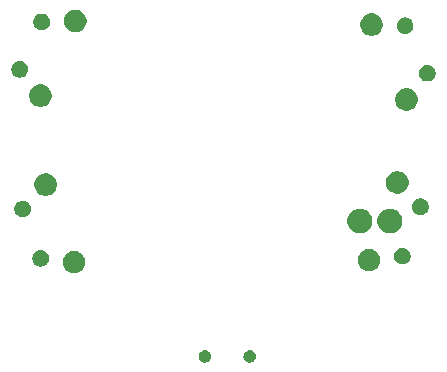
<source format=gbr>
G04 #@! TF.GenerationSoftware,KiCad,Pcbnew,(5.1.4)-1*
G04 #@! TF.CreationDate,2020-08-01T17:35:12+02:00*
G04 #@! TF.ProjectId,ArduinoProMicroUSB,41726475-696e-46f5-9072-6f4d6963726f,rev?*
G04 #@! TF.SameCoordinates,Original*
G04 #@! TF.FileFunction,Soldermask,Top*
G04 #@! TF.FilePolarity,Negative*
%FSLAX46Y46*%
G04 Gerber Fmt 4.6, Leading zero omitted, Abs format (unit mm)*
G04 Created by KiCad (PCBNEW (5.1.4)-1) date 2020-08-01 17:35:12*
%MOMM*%
%LPD*%
G04 APERTURE LIST*
%ADD10C,0.100000*%
G04 APERTURE END LIST*
D10*
G36*
X173173084Y-79095485D02*
G01*
X173268769Y-79135119D01*
X173354885Y-79192660D01*
X173428120Y-79265895D01*
X173485661Y-79352011D01*
X173525295Y-79447696D01*
X173545500Y-79549274D01*
X173545500Y-79652846D01*
X173525295Y-79754424D01*
X173485661Y-79850109D01*
X173428120Y-79936225D01*
X173354885Y-80009460D01*
X173268769Y-80067001D01*
X173173084Y-80106635D01*
X173071506Y-80126840D01*
X172967934Y-80126840D01*
X172866356Y-80106635D01*
X172770671Y-80067001D01*
X172684555Y-80009460D01*
X172611320Y-79936225D01*
X172553779Y-79850109D01*
X172514145Y-79754424D01*
X172493940Y-79652846D01*
X172493940Y-79549274D01*
X172514145Y-79447696D01*
X172553779Y-79352011D01*
X172611320Y-79265895D01*
X172684555Y-79192660D01*
X172770671Y-79135119D01*
X172866356Y-79095485D01*
X172967934Y-79075280D01*
X173071506Y-79075280D01*
X173173084Y-79095485D01*
X173173084Y-79095485D01*
G37*
G36*
X169373244Y-79095485D02*
G01*
X169468929Y-79135119D01*
X169555045Y-79192660D01*
X169628280Y-79265895D01*
X169685821Y-79352011D01*
X169725455Y-79447696D01*
X169745660Y-79549274D01*
X169745660Y-79652846D01*
X169725455Y-79754424D01*
X169685821Y-79850109D01*
X169628280Y-79936225D01*
X169555045Y-80009460D01*
X169468929Y-80067001D01*
X169373244Y-80106635D01*
X169271666Y-80126840D01*
X169168094Y-80126840D01*
X169066516Y-80106635D01*
X168970831Y-80067001D01*
X168884715Y-80009460D01*
X168811480Y-79936225D01*
X168753939Y-79850109D01*
X168714305Y-79754424D01*
X168694100Y-79652846D01*
X168694100Y-79549274D01*
X168714305Y-79447696D01*
X168753939Y-79352011D01*
X168811480Y-79265895D01*
X168884715Y-79192660D01*
X168970831Y-79135119D01*
X169066516Y-79095485D01*
X169168094Y-79075280D01*
X169271666Y-79075280D01*
X169373244Y-79095485D01*
X169373244Y-79095485D01*
G37*
G36*
X158415860Y-70706658D02*
G01*
X158588931Y-70778346D01*
X158666283Y-70830031D01*
X158744692Y-70882422D01*
X158877155Y-71014885D01*
X158927875Y-71090793D01*
X158981231Y-71170646D01*
X159052919Y-71343717D01*
X159089465Y-71527445D01*
X159089465Y-71714779D01*
X159052919Y-71898507D01*
X158981231Y-72071578D01*
X158981230Y-72071579D01*
X158877155Y-72227339D01*
X158744692Y-72359802D01*
X158701742Y-72388500D01*
X158588931Y-72463878D01*
X158415860Y-72535566D01*
X158232132Y-72572112D01*
X158044798Y-72572112D01*
X157861070Y-72535566D01*
X157687999Y-72463878D01*
X157575188Y-72388500D01*
X157532238Y-72359802D01*
X157399775Y-72227339D01*
X157295700Y-72071579D01*
X157295699Y-72071578D01*
X157224011Y-71898507D01*
X157187465Y-71714779D01*
X157187465Y-71527445D01*
X157224011Y-71343717D01*
X157295699Y-71170646D01*
X157349055Y-71090793D01*
X157399775Y-71014885D01*
X157532238Y-70882422D01*
X157610647Y-70830031D01*
X157687999Y-70778346D01*
X157861070Y-70706658D01*
X158044798Y-70670112D01*
X158232132Y-70670112D01*
X158415860Y-70706658D01*
X158415860Y-70706658D01*
G37*
G36*
X183411395Y-70523046D02*
G01*
X183584466Y-70594734D01*
X183661818Y-70646419D01*
X183740227Y-70698810D01*
X183872690Y-70831273D01*
X183923410Y-70907181D01*
X183976766Y-70987034D01*
X184048454Y-71160105D01*
X184085000Y-71343833D01*
X184085000Y-71531167D01*
X184048454Y-71714895D01*
X183976766Y-71887966D01*
X183969722Y-71898508D01*
X183872690Y-72043727D01*
X183740227Y-72176190D01*
X183663680Y-72227337D01*
X183584466Y-72280266D01*
X183411395Y-72351954D01*
X183227667Y-72388500D01*
X183040333Y-72388500D01*
X182856605Y-72351954D01*
X182683534Y-72280266D01*
X182604320Y-72227337D01*
X182527773Y-72176190D01*
X182395310Y-72043727D01*
X182298278Y-71898508D01*
X182291234Y-71887966D01*
X182219546Y-71714895D01*
X182183000Y-71531167D01*
X182183000Y-71343833D01*
X182219546Y-71160105D01*
X182291234Y-70987034D01*
X182344590Y-70907181D01*
X182395310Y-70831273D01*
X182527773Y-70698810D01*
X182606182Y-70646419D01*
X182683534Y-70594734D01*
X182856605Y-70523046D01*
X183040333Y-70486500D01*
X183227667Y-70486500D01*
X183411395Y-70523046D01*
X183411395Y-70523046D01*
G37*
G36*
X155522921Y-70618526D02*
G01*
X155651221Y-70671670D01*
X155651223Y-70671671D01*
X155691837Y-70698809D01*
X155766690Y-70748824D01*
X155864890Y-70847024D01*
X155942044Y-70962493D01*
X155995188Y-71090793D01*
X156022280Y-71226996D01*
X156022280Y-71365872D01*
X155995188Y-71502075D01*
X155942044Y-71630375D01*
X155942043Y-71630377D01*
X155864889Y-71745845D01*
X155766691Y-71844043D01*
X155651223Y-71921197D01*
X155651222Y-71921198D01*
X155651221Y-71921198D01*
X155522921Y-71974342D01*
X155386718Y-72001434D01*
X155247842Y-72001434D01*
X155111639Y-71974342D01*
X154983339Y-71921198D01*
X154983338Y-71921198D01*
X154983337Y-71921197D01*
X154867869Y-71844043D01*
X154769671Y-71745845D01*
X154692517Y-71630377D01*
X154692516Y-71630375D01*
X154639372Y-71502075D01*
X154612280Y-71365872D01*
X154612280Y-71226996D01*
X154639372Y-71090793D01*
X154692516Y-70962493D01*
X154769670Y-70847024D01*
X154867870Y-70748824D01*
X154942723Y-70698809D01*
X154983337Y-70671671D01*
X154983339Y-70671670D01*
X155111639Y-70618526D01*
X155247842Y-70591434D01*
X155386718Y-70591434D01*
X155522921Y-70618526D01*
X155522921Y-70618526D01*
G37*
G36*
X186160826Y-70434914D02*
G01*
X186289126Y-70488058D01*
X186289128Y-70488059D01*
X186341489Y-70523046D01*
X186404595Y-70565212D01*
X186502795Y-70663412D01*
X186526447Y-70698810D01*
X186579593Y-70778347D01*
X186579949Y-70778881D01*
X186633093Y-70907181D01*
X186660185Y-71043384D01*
X186660185Y-71182260D01*
X186633093Y-71318463D01*
X186579949Y-71446763D01*
X186526038Y-71527447D01*
X186502794Y-71562233D01*
X186404596Y-71660431D01*
X186289128Y-71737585D01*
X186289127Y-71737586D01*
X186289126Y-71737586D01*
X186160826Y-71790730D01*
X186024623Y-71817822D01*
X185885747Y-71817822D01*
X185749544Y-71790730D01*
X185621244Y-71737586D01*
X185621243Y-71737586D01*
X185621242Y-71737585D01*
X185505774Y-71660431D01*
X185407576Y-71562233D01*
X185384333Y-71527447D01*
X185330421Y-71446763D01*
X185277277Y-71318463D01*
X185250185Y-71182260D01*
X185250185Y-71043384D01*
X185277277Y-70907181D01*
X185330421Y-70778881D01*
X185330778Y-70778347D01*
X185383923Y-70698810D01*
X185407575Y-70663412D01*
X185505775Y-70565212D01*
X185568881Y-70523046D01*
X185621242Y-70488059D01*
X185621244Y-70488058D01*
X185749544Y-70434914D01*
X185885747Y-70407822D01*
X186024623Y-70407822D01*
X186160826Y-70434914D01*
X186160826Y-70434914D01*
G37*
G36*
X182650365Y-67134120D02*
G01*
X182782708Y-67188938D01*
X182839888Y-67212623D01*
X183010454Y-67326592D01*
X183155508Y-67471646D01*
X183269477Y-67642212D01*
X183347980Y-67831735D01*
X183388000Y-68032931D01*
X183388000Y-68238069D01*
X183347980Y-68439265D01*
X183269477Y-68628788D01*
X183155508Y-68799354D01*
X183010454Y-68944408D01*
X182839888Y-69058377D01*
X182839887Y-69058378D01*
X182839886Y-69058378D01*
X182650365Y-69136880D01*
X182449170Y-69176900D01*
X182244030Y-69176900D01*
X182042835Y-69136880D01*
X181853314Y-69058378D01*
X181853313Y-69058378D01*
X181853312Y-69058377D01*
X181682746Y-68944408D01*
X181537692Y-68799354D01*
X181423723Y-68628788D01*
X181345220Y-68439265D01*
X181305200Y-68238069D01*
X181305200Y-68032931D01*
X181345220Y-67831735D01*
X181423723Y-67642212D01*
X181537692Y-67471646D01*
X181682746Y-67326592D01*
X181853312Y-67212623D01*
X181910493Y-67188938D01*
X182042835Y-67134120D01*
X182244030Y-67094100D01*
X182449170Y-67094100D01*
X182650365Y-67134120D01*
X182650365Y-67134120D01*
G37*
G36*
X185190365Y-67134120D02*
G01*
X185322708Y-67188938D01*
X185379888Y-67212623D01*
X185550454Y-67326592D01*
X185695508Y-67471646D01*
X185809477Y-67642212D01*
X185887980Y-67831735D01*
X185928000Y-68032931D01*
X185928000Y-68238069D01*
X185887980Y-68439265D01*
X185809477Y-68628788D01*
X185695508Y-68799354D01*
X185550454Y-68944408D01*
X185379888Y-69058377D01*
X185379887Y-69058378D01*
X185379886Y-69058378D01*
X185190365Y-69136880D01*
X184989170Y-69176900D01*
X184784030Y-69176900D01*
X184582835Y-69136880D01*
X184393314Y-69058378D01*
X184393313Y-69058378D01*
X184393312Y-69058377D01*
X184222746Y-68944408D01*
X184077692Y-68799354D01*
X183963723Y-68628788D01*
X183885220Y-68439265D01*
X183845200Y-68238069D01*
X183845200Y-68032931D01*
X183885220Y-67831735D01*
X183963723Y-67642212D01*
X184077692Y-67471646D01*
X184222746Y-67326592D01*
X184393312Y-67212623D01*
X184450493Y-67188938D01*
X184582835Y-67134120D01*
X184784030Y-67094100D01*
X184989170Y-67094100D01*
X185190365Y-67134120D01*
X185190365Y-67134120D01*
G37*
G36*
X154002641Y-66441592D02*
G01*
X154130941Y-66494736D01*
X154130943Y-66494737D01*
X154189069Y-66533576D01*
X154246410Y-66571890D01*
X154344610Y-66670090D01*
X154421764Y-66785559D01*
X154474908Y-66913859D01*
X154502000Y-67050062D01*
X154502000Y-67188938D01*
X154474908Y-67325141D01*
X154421764Y-67453441D01*
X154421763Y-67453443D01*
X154344609Y-67568911D01*
X154246411Y-67667109D01*
X154130943Y-67744263D01*
X154130942Y-67744264D01*
X154130941Y-67744264D01*
X154002641Y-67797408D01*
X153866438Y-67824500D01*
X153727562Y-67824500D01*
X153591359Y-67797408D01*
X153463059Y-67744264D01*
X153463058Y-67744264D01*
X153463057Y-67744263D01*
X153347589Y-67667109D01*
X153249391Y-67568911D01*
X153172237Y-67453443D01*
X153172236Y-67453441D01*
X153119092Y-67325141D01*
X153092000Y-67188938D01*
X153092000Y-67050062D01*
X153119092Y-66913859D01*
X153172236Y-66785559D01*
X153249390Y-66670090D01*
X153347590Y-66571890D01*
X153404931Y-66533576D01*
X153463057Y-66494737D01*
X153463059Y-66494736D01*
X153591359Y-66441592D01*
X153727562Y-66414500D01*
X153866438Y-66414500D01*
X154002641Y-66441592D01*
X154002641Y-66441592D01*
G37*
G36*
X187681105Y-66257980D02*
G01*
X187809405Y-66311124D01*
X187809407Y-66311125D01*
X187867533Y-66349964D01*
X187924874Y-66388278D01*
X188023074Y-66486478D01*
X188100228Y-66601947D01*
X188153372Y-66730247D01*
X188180464Y-66866450D01*
X188180464Y-67005326D01*
X188153372Y-67141529D01*
X188100228Y-67269829D01*
X188100227Y-67269831D01*
X188023073Y-67385299D01*
X187924875Y-67483497D01*
X187809407Y-67560651D01*
X187809406Y-67560652D01*
X187809405Y-67560652D01*
X187681105Y-67613796D01*
X187544902Y-67640888D01*
X187406026Y-67640888D01*
X187269823Y-67613796D01*
X187141523Y-67560652D01*
X187141522Y-67560652D01*
X187141521Y-67560651D01*
X187026053Y-67483497D01*
X186927855Y-67385299D01*
X186850701Y-67269831D01*
X186850700Y-67269829D01*
X186797556Y-67141529D01*
X186770464Y-67005326D01*
X186770464Y-66866450D01*
X186797556Y-66730247D01*
X186850700Y-66601947D01*
X186927854Y-66486478D01*
X187026054Y-66388278D01*
X187083395Y-66349964D01*
X187141521Y-66311125D01*
X187141523Y-66311124D01*
X187269823Y-66257980D01*
X187406026Y-66230888D01*
X187544902Y-66230888D01*
X187681105Y-66257980D01*
X187681105Y-66257980D01*
G37*
G36*
X156026849Y-64142905D02*
G01*
X156199920Y-64214593D01*
X156199921Y-64214594D01*
X156355681Y-64318669D01*
X156488144Y-64451132D01*
X156488145Y-64451134D01*
X156592220Y-64606893D01*
X156663908Y-64779964D01*
X156700454Y-64963692D01*
X156700454Y-65151026D01*
X156663908Y-65334754D01*
X156592220Y-65507825D01*
X156592219Y-65507826D01*
X156488144Y-65663586D01*
X156355681Y-65796049D01*
X156312731Y-65824747D01*
X156199920Y-65900125D01*
X156026849Y-65971813D01*
X155843121Y-66008359D01*
X155655787Y-66008359D01*
X155472059Y-65971813D01*
X155298988Y-65900125D01*
X155186177Y-65824747D01*
X155143227Y-65796049D01*
X155010764Y-65663586D01*
X154906689Y-65507826D01*
X154906688Y-65507825D01*
X154835000Y-65334754D01*
X154798454Y-65151026D01*
X154798454Y-64963692D01*
X154835000Y-64779964D01*
X154906688Y-64606893D01*
X155010763Y-64451134D01*
X155010764Y-64451132D01*
X155143227Y-64318669D01*
X155298987Y-64214594D01*
X155298988Y-64214593D01*
X155472059Y-64142905D01*
X155655787Y-64106359D01*
X155843121Y-64106359D01*
X156026849Y-64142905D01*
X156026849Y-64142905D01*
G37*
G36*
X185800406Y-63959293D02*
G01*
X185973477Y-64030981D01*
X185973478Y-64030982D01*
X186129238Y-64135057D01*
X186261701Y-64267520D01*
X186314092Y-64345929D01*
X186365777Y-64423281D01*
X186437465Y-64596352D01*
X186474011Y-64780080D01*
X186474011Y-64967414D01*
X186437465Y-65151142D01*
X186365777Y-65324213D01*
X186358733Y-65334755D01*
X186261701Y-65479974D01*
X186129238Y-65612437D01*
X186052691Y-65663584D01*
X185973477Y-65716513D01*
X185800406Y-65788201D01*
X185616678Y-65824747D01*
X185429344Y-65824747D01*
X185245616Y-65788201D01*
X185072545Y-65716513D01*
X184993331Y-65663584D01*
X184916784Y-65612437D01*
X184784321Y-65479974D01*
X184687289Y-65334755D01*
X184680245Y-65324213D01*
X184608557Y-65151142D01*
X184572011Y-64967414D01*
X184572011Y-64780080D01*
X184608557Y-64596352D01*
X184680245Y-64423281D01*
X184731930Y-64345929D01*
X184784321Y-64267520D01*
X184916784Y-64135057D01*
X185072544Y-64030982D01*
X185072545Y-64030981D01*
X185245616Y-63959293D01*
X185429344Y-63922747D01*
X185616678Y-63922747D01*
X185800406Y-63959293D01*
X185800406Y-63959293D01*
G37*
G36*
X186572636Y-56934046D02*
G01*
X186745707Y-57005734D01*
X186745708Y-57005735D01*
X186901468Y-57109810D01*
X187033931Y-57242273D01*
X187033932Y-57242275D01*
X187138007Y-57398034D01*
X187209695Y-57571105D01*
X187246241Y-57754833D01*
X187246241Y-57942167D01*
X187209695Y-58125895D01*
X187138007Y-58298966D01*
X187138006Y-58298967D01*
X187033931Y-58454727D01*
X186901468Y-58587190D01*
X186823059Y-58639581D01*
X186745707Y-58691266D01*
X186572636Y-58762954D01*
X186388908Y-58799500D01*
X186201574Y-58799500D01*
X186017846Y-58762954D01*
X185844775Y-58691266D01*
X185767423Y-58639581D01*
X185689014Y-58587190D01*
X185556551Y-58454727D01*
X185452476Y-58298967D01*
X185452475Y-58298966D01*
X185380787Y-58125895D01*
X185344241Y-57942167D01*
X185344241Y-57754833D01*
X185380787Y-57571105D01*
X185452475Y-57398034D01*
X185556550Y-57242275D01*
X185556551Y-57242273D01*
X185689014Y-57109810D01*
X185844774Y-57005735D01*
X185844775Y-57005734D01*
X186017846Y-56934046D01*
X186201574Y-56897500D01*
X186388908Y-56897500D01*
X186572636Y-56934046D01*
X186572636Y-56934046D01*
G37*
G36*
X155585691Y-56618507D02*
G01*
X155758762Y-56690195D01*
X155758763Y-56690196D01*
X155914523Y-56794271D01*
X156046986Y-56926734D01*
X156051872Y-56934047D01*
X156151062Y-57082495D01*
X156222750Y-57255566D01*
X156259296Y-57439294D01*
X156259296Y-57626628D01*
X156222750Y-57810356D01*
X156151062Y-57983427D01*
X156151061Y-57983428D01*
X156046986Y-58139188D01*
X155914523Y-58271651D01*
X155836114Y-58324042D01*
X155758762Y-58375727D01*
X155585691Y-58447415D01*
X155401963Y-58483961D01*
X155214629Y-58483961D01*
X155030901Y-58447415D01*
X154857830Y-58375727D01*
X154780478Y-58324042D01*
X154702069Y-58271651D01*
X154569606Y-58139188D01*
X154465531Y-57983428D01*
X154465530Y-57983427D01*
X154393842Y-57810356D01*
X154357296Y-57626628D01*
X154357296Y-57439294D01*
X154393842Y-57255566D01*
X154465530Y-57082495D01*
X154564720Y-56934047D01*
X154569606Y-56926734D01*
X154702069Y-56794271D01*
X154857829Y-56690196D01*
X154857830Y-56690195D01*
X155030901Y-56618507D01*
X155214629Y-56581961D01*
X155401963Y-56581961D01*
X155585691Y-56618507D01*
X155585691Y-56618507D01*
G37*
G36*
X188266179Y-54946130D02*
G01*
X188394479Y-54999274D01*
X188394481Y-54999275D01*
X188509949Y-55076429D01*
X188608147Y-55174627D01*
X188651202Y-55239062D01*
X188685302Y-55290097D01*
X188738446Y-55418397D01*
X188765538Y-55554600D01*
X188765538Y-55693476D01*
X188738446Y-55829679D01*
X188695539Y-55933264D01*
X188685301Y-55957981D01*
X188608147Y-56073449D01*
X188509949Y-56171647D01*
X188394481Y-56248801D01*
X188394480Y-56248802D01*
X188394479Y-56248802D01*
X188266179Y-56301946D01*
X188129976Y-56329038D01*
X187991100Y-56329038D01*
X187854897Y-56301946D01*
X187726597Y-56248802D01*
X187726596Y-56248802D01*
X187726595Y-56248801D01*
X187611127Y-56171647D01*
X187512929Y-56073449D01*
X187435775Y-55957981D01*
X187425537Y-55933264D01*
X187382630Y-55829679D01*
X187355538Y-55693476D01*
X187355538Y-55554600D01*
X187382630Y-55418397D01*
X187435774Y-55290097D01*
X187469875Y-55239062D01*
X187512929Y-55174627D01*
X187611127Y-55076429D01*
X187726595Y-54999275D01*
X187726597Y-54999274D01*
X187854897Y-54946130D01*
X187991100Y-54919038D01*
X188129976Y-54919038D01*
X188266179Y-54946130D01*
X188266179Y-54946130D01*
G37*
G36*
X153748641Y-54630592D02*
G01*
X153876941Y-54683736D01*
X153876943Y-54683737D01*
X153992411Y-54760891D01*
X154090609Y-54859089D01*
X154148769Y-54946130D01*
X154167764Y-54974559D01*
X154220908Y-55102859D01*
X154248000Y-55239062D01*
X154248000Y-55377938D01*
X154220908Y-55514141D01*
X154204148Y-55554602D01*
X154167763Y-55642443D01*
X154090609Y-55757911D01*
X153992411Y-55856109D01*
X153876943Y-55933263D01*
X153876942Y-55933264D01*
X153876941Y-55933264D01*
X153748641Y-55986408D01*
X153612438Y-56013500D01*
X153473562Y-56013500D01*
X153337359Y-55986408D01*
X153209059Y-55933264D01*
X153209058Y-55933264D01*
X153209057Y-55933263D01*
X153093589Y-55856109D01*
X152995391Y-55757911D01*
X152918237Y-55642443D01*
X152881852Y-55554602D01*
X152865092Y-55514141D01*
X152838000Y-55377938D01*
X152838000Y-55239062D01*
X152865092Y-55102859D01*
X152918236Y-54974559D01*
X152937232Y-54946130D01*
X152995391Y-54859089D01*
X153093589Y-54760891D01*
X153209057Y-54683737D01*
X153209059Y-54683736D01*
X153337359Y-54630592D01*
X153473562Y-54603500D01*
X153612438Y-54603500D01*
X153748641Y-54630592D01*
X153748641Y-54630592D01*
G37*
G36*
X183620648Y-50603486D02*
G01*
X183793719Y-50675174D01*
X183793720Y-50675175D01*
X183949480Y-50779250D01*
X184081943Y-50911713D01*
X184104865Y-50946019D01*
X184186019Y-51067474D01*
X184257707Y-51240545D01*
X184294253Y-51424273D01*
X184294253Y-51611607D01*
X184257707Y-51795335D01*
X184186019Y-51968406D01*
X184134901Y-52044910D01*
X184081943Y-52124167D01*
X183949480Y-52256630D01*
X183883824Y-52300500D01*
X183793719Y-52360706D01*
X183620648Y-52432394D01*
X183436920Y-52468940D01*
X183249586Y-52468940D01*
X183065858Y-52432394D01*
X182892787Y-52360706D01*
X182802682Y-52300500D01*
X182737026Y-52256630D01*
X182604563Y-52124167D01*
X182551605Y-52044910D01*
X182500487Y-51968406D01*
X182428799Y-51795335D01*
X182392253Y-51611607D01*
X182392253Y-51424273D01*
X182428799Y-51240545D01*
X182500487Y-51067474D01*
X182581641Y-50946019D01*
X182604563Y-50911713D01*
X182737026Y-50779250D01*
X182892786Y-50675175D01*
X182892787Y-50675174D01*
X183065858Y-50603486D01*
X183249586Y-50566940D01*
X183436920Y-50566940D01*
X183620648Y-50603486D01*
X183620648Y-50603486D01*
G37*
G36*
X186387641Y-50917592D02*
G01*
X186515941Y-50970736D01*
X186515943Y-50970737D01*
X186631411Y-51047891D01*
X186729609Y-51146089D01*
X186772664Y-51210524D01*
X186806764Y-51261559D01*
X186859908Y-51389859D01*
X186887000Y-51526062D01*
X186887000Y-51664938D01*
X186859908Y-51801141D01*
X186817001Y-51904726D01*
X186806763Y-51929443D01*
X186729609Y-52044911D01*
X186631411Y-52143109D01*
X186515943Y-52220263D01*
X186515942Y-52220264D01*
X186515941Y-52220264D01*
X186387641Y-52273408D01*
X186251438Y-52300500D01*
X186112562Y-52300500D01*
X185976359Y-52273408D01*
X185848059Y-52220264D01*
X185848058Y-52220264D01*
X185848057Y-52220263D01*
X185732589Y-52143109D01*
X185634391Y-52044911D01*
X185557237Y-51929443D01*
X185546999Y-51904726D01*
X185504092Y-51801141D01*
X185477000Y-51664938D01*
X185477000Y-51526062D01*
X185504092Y-51389859D01*
X185557236Y-51261559D01*
X185591337Y-51210524D01*
X185634391Y-51146089D01*
X185732589Y-51047891D01*
X185848057Y-50970737D01*
X185848059Y-50970736D01*
X185976359Y-50917592D01*
X186112562Y-50890500D01*
X186251438Y-50890500D01*
X186387641Y-50917592D01*
X186387641Y-50917592D01*
G37*
G36*
X158537680Y-50287948D02*
G01*
X158710751Y-50359636D01*
X158710752Y-50359637D01*
X158866512Y-50463712D01*
X158998975Y-50596175D01*
X159038413Y-50655198D01*
X159103051Y-50751936D01*
X159174739Y-50925007D01*
X159211285Y-51108735D01*
X159211285Y-51296069D01*
X159174739Y-51479797D01*
X159103051Y-51652868D01*
X159103050Y-51652869D01*
X158998975Y-51808629D01*
X158866512Y-51941092D01*
X158825632Y-51968407D01*
X158710751Y-52045168D01*
X158537680Y-52116856D01*
X158353952Y-52153402D01*
X158166618Y-52153402D01*
X157982890Y-52116856D01*
X157809819Y-52045168D01*
X157694938Y-51968407D01*
X157654058Y-51941092D01*
X157521595Y-51808629D01*
X157417520Y-51652869D01*
X157417519Y-51652868D01*
X157345831Y-51479797D01*
X157309285Y-51296069D01*
X157309285Y-51108735D01*
X157345831Y-50925007D01*
X157417519Y-50751936D01*
X157482157Y-50655198D01*
X157521595Y-50596175D01*
X157654058Y-50463712D01*
X157809818Y-50359637D01*
X157809819Y-50359636D01*
X157982890Y-50287948D01*
X158166618Y-50251402D01*
X158353952Y-50251402D01*
X158537680Y-50287948D01*
X158537680Y-50287948D01*
G37*
G36*
X155627179Y-50602054D02*
G01*
X155755479Y-50655198D01*
X155755481Y-50655199D01*
X155870949Y-50732353D01*
X155969147Y-50830551D01*
X156027307Y-50917592D01*
X156046302Y-50946021D01*
X156099446Y-51074321D01*
X156126538Y-51210524D01*
X156126538Y-51349400D01*
X156099446Y-51485603D01*
X156082686Y-51526064D01*
X156046301Y-51613905D01*
X155969147Y-51729373D01*
X155870949Y-51827571D01*
X155755481Y-51904725D01*
X155755480Y-51904726D01*
X155755479Y-51904726D01*
X155627179Y-51957870D01*
X155490976Y-51984962D01*
X155352100Y-51984962D01*
X155215897Y-51957870D01*
X155087597Y-51904726D01*
X155087596Y-51904726D01*
X155087595Y-51904725D01*
X154972127Y-51827571D01*
X154873929Y-51729373D01*
X154796775Y-51613905D01*
X154760390Y-51526064D01*
X154743630Y-51485603D01*
X154716538Y-51349400D01*
X154716538Y-51210524D01*
X154743630Y-51074321D01*
X154796774Y-50946021D01*
X154815770Y-50917592D01*
X154873929Y-50830551D01*
X154972127Y-50732353D01*
X155087595Y-50655199D01*
X155087597Y-50655198D01*
X155215897Y-50602054D01*
X155352100Y-50574962D01*
X155490976Y-50574962D01*
X155627179Y-50602054D01*
X155627179Y-50602054D01*
G37*
M02*

</source>
